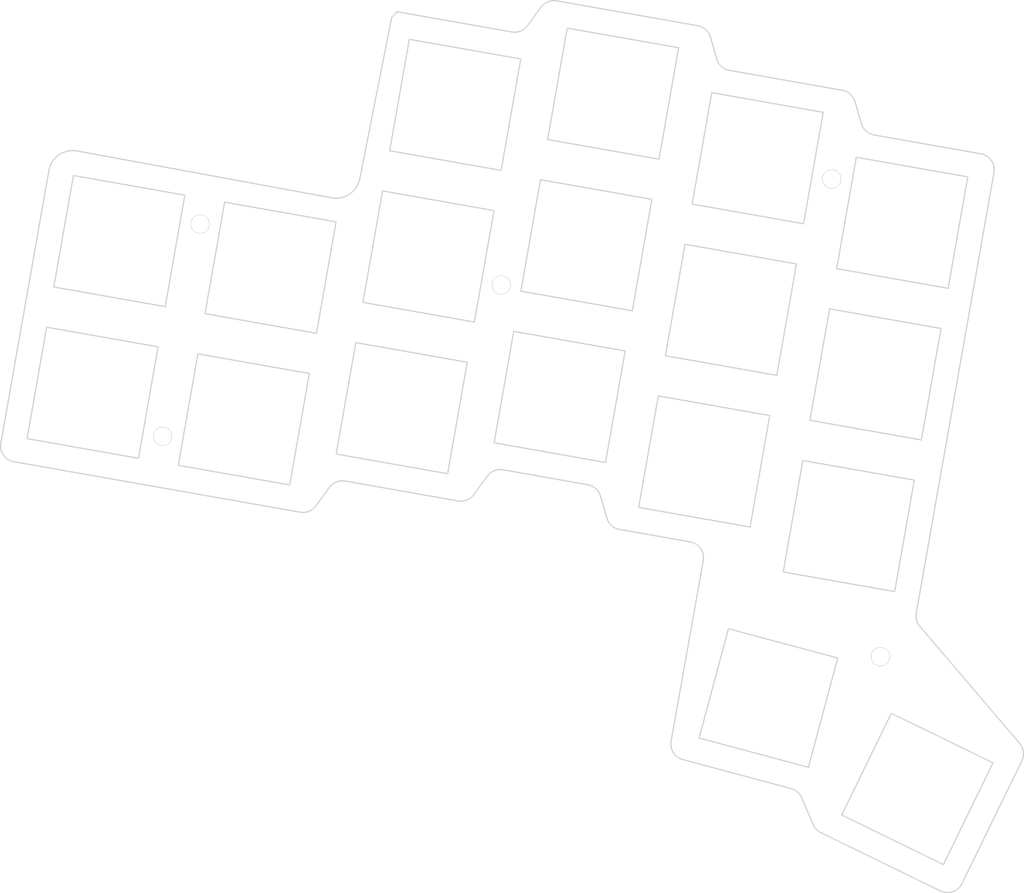
<source format=kicad_pcb>
(kicad_pcb (version 20240108) (generator "ergogen") (generator_version "4.1.0")
  (title_block (title "ravensplit-top-plate") (date "2025-02-19") (rev "v1.0.0") (company "Unknown"))
  (layers (0 "F.Cu" signal) (31 "B.Cu" signal) (34 "B.Paste" user) (35 "F.Paste" user) (36 "B.SilkS" user "B.Silkscreen") (37 "F.SilkS" user "F.Silkscreen") (38 "B.Mask" user) (39 "F.Mask" user) (44 "Edge.Cuts" user))
  (net 0 "")
  (footprint "ceoloide:mounting_hole_npth" (layer "F.Cu") (at 172.5699953 89.4148782 -10)
    (property "Reference" "MH1" hide)
    (pad "" np_thru_hole circle (at 0 0 -10) (size 2.2 2.2) (drill 2.2) (layers "*.Cu" "*.Mask"))
  )
  (footprint "ceoloide:mounting_hole_npth" (layer "F.Cu") (at 178.5925016 148.5084393 -10)
    (property "Reference" "MH2" hide)
    (pad "" np_thru_hole circle (at 0 0 -10) (size 2.2 2.2) (drill 2.2) (layers "*.Cu" "*.Mask"))
  )
  (footprint "ceoloide:mounting_hole_npth" (layer "F.Cu") (at 131.673903 102.51486449999999 -10)
    (property "Reference" "MH3" hide)
    (pad "" np_thru_hole circle (at 0 0 -10) (size 2.2 2.2) (drill 2.2) (layers "*.Cu" "*.Mask"))
  )
  (footprint "ceoloide:mounting_hole_npth" (layer "F.Cu") (at 94.41660830000001 94.9782043 -10)
    (property "Reference" "MH4" hide)
    (pad "" np_thru_hole circle (at 0 0 -10) (size 2.2 2.2) (drill 2.2) (layers "*.Cu" "*.Mask"))
  )
  (footprint "ceoloide:mounting_hole_npth" (layer "F.Cu") (at 89.78541139999999 121.24302700000001 -10)
    (property "Reference" "MH5" hide)
    (pad "" np_thru_hole circle (at 0 0 -10) (size 2.2 2.2) (drill 2.2) (layers "*.Cu" "*.Mask"))
  )
  (gr_line (start 69.76690355955459 122.06585027558367) (end 75.70920597338691 88.3653783569668) (layer Edge.Cuts) (stroke (width 0.15)))
  (gr_line (start 118.12864952292307 69.40008153882815) (end 118.7860857 68.7118751) (layer Edge.Cuts) (stroke (width 0.15)))
  (gr_line (start 118.7860857 68.7118751) (end 132.97131492468728 71.21311375683935) (layer Edge.Cuts) (stroke (width 0.15)))
  (gr_line (start 134.93306410758632 70.423982053824) (end 136.59496560715436 68.15113292601637) (layer Edge.Cuts) (stroke (width 0.15)))
  (gr_line (start 138.55671478703798 67.36200124010203) (end 155.9897507112082 70.43591577722144) (layer Edge.Cuts) (stroke (width 0.15)))
  (gr_line (start 157.56329293132453 71.84841466313571) (end 158.34760946852066 74.55259823633048) (layer Edge.Cuts) (stroke (width 0.15)))
  (gr_line (start 159.921151688637 75.96509712224471) (end 173.87409851180445 78.42537806020044) (layer Edge.Cuts) (stroke (width 0.15)))
  (gr_line (start 175.44764079740807 79.83787692712099) (end 176.23195730259198 82.54206057287911) (layer Edge.Cuts) (stroke (width 0.15)))
  (gr_line (start 177.80549958819557 83.95455943979958) (end 191.01542442203095 86.28382555629834) (layer Edge.Cuts) (stroke (width 0.15)))
  (gr_line (start 192.63774354516264 88.60073742511167) (end 183.02623391039577 143.11031788202104) (layer Edge.Cuts) (stroke (width 0.15)))
  (gr_line (start 183.47425141341105 144.75558946492006) (end 195.81336444725252 159.2205580434196) (layer Edge.Cuts) (stroke (width 0.15)))
  (gr_line (start 196.08935456743603 161.39527550203707) (end 188.68850632041105 176.5692630567786) (layer Edge.Cuts) (stroke (width 0.15)))
  (gr_line (start 186.01417594161 177.49010891834473) (end 171.2358769306594 170.28225084798726) (layer Edge.Cuts) (stroke (width 0.15)))
  (gr_line (start 170.27629818927687 169.27708012780366) (end 168.84551117691615 165.96142319463755) (layer Edge.Cuts) (stroke (width 0.15)))
  (gr_line (start 167.52682820861486 164.82198887633623) (end 154.14379707624337 161.23601650358006) (layer Edge.Cuts) (stroke (width 0.15)))
  (gr_line (start 152.69245070794207 158.95330798527868) (end 156.67223797894025 136.61901427556234) (layer Edge.Cuts) (stroke (width 0.15)))
  (gr_line (start 155.05054995882384 134.29854198964813) (end 146.31858938690647 132.75886181627808) (layer Edge.Cuts) (stroke (width 0.15)))
  (gr_line (start 144.74504716679007 131.34636293036368) (end 143.96073063471826 128.6421793748367) (layer Edge.Cuts) (stroke (width 0.15)))
  (gr_line (start 142.3871884176172 127.22968047182131) (end 131.91433067818454 125.38303306270383) (layer Edge.Cuts) (stroke (width 0.15)))
  (gr_line (start 129.9525814301241 126.1721647180733) (end 128.2906798693068 128.44501398270504) (layer Edge.Cuts) (stroke (width 0.15)))
  (gr_line (start 126.32893062124637 129.23414563807447) (end 112.37598385418201 126.77386463996021) (layer Edge.Cuts) (stroke (width 0.15)))
  (gr_line (start 110.41423467128297 127.56299634297562) (end 108.75233311325282 129.8358454781735) (layer Edge.Cuts) (stroke (width 0.15)))
  (gr_line (start 106.79058393336919 130.62497716408785) (end 71.38922268268632 124.38276214439702) (layer Edge.Cuts) (stroke (width 0.15)))
  (gr_arc (start 132.97131490758628 71.21311375382398) (mid 134.06500500758628 71.09900265382397) (end 134.9330641075863 70.42398205382398) (layer Edge.Cuts) (stroke (width 0.15)))
  (gr_arc (start 138.55671480715438 67.36200122601639) (mid 137.46302470715437 67.47611232601639) (end 136.59496560715436 68.15113292601639) (layer Edge.Cuts) (stroke (width 0.15)))
  (gr_arc (start 157.56329293132455 71.8484146631358) (mid 156.97845483132457 70.9172092631358) (end 155.98975073132456 70.4359157631358) (layer Edge.Cuts) (stroke (width 0.15)))
  (gr_arc (start 158.3476094685206 74.5525982363304) (mid 158.9324475685206 75.48380363633039) (end 159.9211516685206 75.9650971363304) (layer Edge.Cuts) (stroke (width 0.15)))
  (gr_arc (start 175.4476407319208 79.8378769461148) (mid 174.86280263192083 78.90667154611481) (end 173.87409853192082 78.4253780461148) (layer Edge.Cuts) (stroke (width 0.15)))
  (gr_arc (start 176.2319573680792 82.54206055388525) (mid 176.8167954680792 83.47326595388525) (end 177.8054995680792 83.95455945388525) (layer Edge.Cuts) (stroke (width 0.15)))
  (gr_arc (start 192.6377435421473 88.6007374422127) (mid 192.3064321421473 87.1062882422127) (end 191.0154244421473 86.2838255422127) (layer Edge.Cuts) (stroke (width 0.15)))
  (gr_arc (start 183.02623391341115 143.11031786492003) (mid 183.06611561341114 143.98309256492004) (end 183.47425141341114 144.75558946492004) (layer Edge.Cuts) (stroke (width 0.15)))
  (gr_arc (start 196.0893545472525 161.39527554341956) (mid 196.2758526472525 160.26673584341958) (end 195.8133644472525 159.22055804341957) (layer Edge.Cuts) (stroke (width 0.15)))
  (gr_arc (start 186.01417590022749 177.49010889816114) (mid 187.54205450022747 177.58355799816113) (end 188.6885063002275 176.56926309816112) (layer Edge.Cuts) (stroke (width 0.15)))
  (gr_arc (start 170.2762981892769 169.27708012780369) (mid 170.6659781892769 169.86568772780367) (end 171.2358768892769 170.2822508278037) (layer Edge.Cuts) (stroke (width 0.15)))
  (gr_arc (start 168.84551117691615 165.96142319463755) (mid 168.31680567691615 165.24051919463756) (end 167.52682817691615 164.82198889463754) (layer Edge.Cuts) (stroke (width 0.15)))
  (gr_arc (start 152.69245070794207 158.95330798527877) (mid 152.97368150794208 160.37723878527876) (end 154.14379710794208 161.23601648527878) (layer Edge.Cuts) (stroke (width 0.15)))
  (gr_arc (start 156.67223797894022 136.61901427556248) (mid 156.3425940789402 135.12248607556248) (end 155.0505499789402 134.29854197556247) (layer Edge.Cuts) (stroke (width 0.15)))
  (gr_arc (start 144.74504716679007 131.3463629303637) (mid 145.32988526679006 132.27756833036372) (end 146.31858936679006 132.7588618303637) (layer Edge.Cuts) (stroke (width 0.15)))
  (gr_arc (start 143.96073063471823 128.64217937483667) (mid 143.37589253471825 127.71097397483668) (end 142.38718843471824 127.22968047483667) (layer Edge.Cuts) (stroke (width 0.15)))
  (gr_arc (start 131.91433069528557 125.38303306571919) (mid 130.82064059528557 125.49714416571919) (end 129.95258149528556 126.17216476571919) (layer Edge.Cuts) (stroke (width 0.15)))
  (gr_arc (start 126.32893060414537 129.23414563505912) (mid 127.42262070414537 129.12003453505912) (end 128.29067980414538 128.4450139350591) (layer Edge.Cuts) (stroke (width 0.15)))
  (gr_arc (start 112.375983871283 126.77386464297558) (mid 111.282293771283 126.88797574297558) (end 110.414234671283 127.56299634297558) (layer Edge.Cuts) (stroke (width 0.15)))
  (gr_arc (start 106.79058391325282 130.62497717817348) (mid 107.88427401325282 130.51086607817348) (end 108.75233311325282 129.83584547817347) (layer Edge.Cuts) (stroke (width 0.15)))
  (gr_arc (start 69.76690356256995 122.06585025848264) (mid 70.09821496256995 123.56029945848265) (end 71.38922266256995 124.38276215848265) (layer Edge.Cuts) (stroke (width 0.15)))
  (gr_line (start 73.006766 121.5237101) (end 86.7940745 123.9547846) (layer Edge.Cuts) (stroke (width 0.15)))
  (gr_line (start 86.7940745 123.9547846) (end 89.22514899999999 110.1674761) (layer Edge.Cuts) (stroke (width 0.15)))
  (gr_line (start 89.22514899999999 110.1674761) (end 75.4378405 107.73640160000001) (layer Edge.Cuts) (stroke (width 0.15)))
  (gr_line (start 75.4378405 107.73640160000001) (end 73.006766 121.5237101) (layer Edge.Cuts) (stroke (width 0.15)))
  (gr_line (start 76.31476380000001 102.7631224) (end 90.1020723 105.1941969) (layer Edge.Cuts) (stroke (width 0.15)))
  (gr_line (start 90.1020723 105.1941969) (end 92.5331468 91.4068884) (layer Edge.Cuts) (stroke (width 0.15)))
  (gr_line (start 92.5331468 91.4068884) (end 78.7458383 88.9758139) (layer Edge.Cuts) (stroke (width 0.15)))
  (gr_line (start 78.7458383 88.9758139) (end 76.31476380000001 102.7631224) (layer Edge.Cuts) (stroke (width 0.15)))
  (gr_line (start 91.7181133 124.8230254) (end 105.5054218 127.2540999) (layer Edge.Cuts) (stroke (width 0.15)))
  (gr_line (start 105.5054218 127.2540999) (end 107.93649629999999 113.4667914) (layer Edge.Cuts) (stroke (width 0.15)))
  (gr_line (start 107.93649629999999 113.4667914) (end 94.14918779999999 111.03571690000001) (layer Edge.Cuts) (stroke (width 0.15)))
  (gr_line (start 94.14918779999999 111.03571690000001) (end 91.7181133 124.8230254) (layer Edge.Cuts) (stroke (width 0.15)))
  (gr_line (start 95.02611110000001 106.0624377) (end 108.8134196 108.4935122) (layer Edge.Cuts) (stroke (width 0.15)))
  (gr_line (start 108.8134196 108.4935122) (end 111.2444941 94.7062037) (layer Edge.Cuts) (stroke (width 0.15)))
  (gr_line (start 111.2444941 94.7062037) (end 97.4571856 92.27512920000001) (layer Edge.Cuts) (stroke (width 0.15)))
  (gr_line (start 97.4571856 92.27512920000001) (end 95.02611110000001 106.0624377) (layer Edge.Cuts) (stroke (width 0.15)))
  (gr_line (start 111.25646010000001 123.4321939) (end 125.0437686 125.8632684) (layer Edge.Cuts) (stroke (width 0.15)))
  (gr_line (start 125.0437686 125.8632684) (end 127.4748431 112.0759599) (layer Edge.Cuts) (stroke (width 0.15)))
  (gr_line (start 127.4748431 112.0759599) (end 113.6875346 109.6448854) (layer Edge.Cuts) (stroke (width 0.15)))
  (gr_line (start 113.6875346 109.6448854) (end 111.25646010000001 123.4321939) (layer Edge.Cuts) (stroke (width 0.15)))
  (gr_line (start 114.56445790000001 104.6716062) (end 128.3517664 107.1026807) (layer Edge.Cuts) (stroke (width 0.15)))
  (gr_line (start 128.3517664 107.1026807) (end 130.7828409 93.3153722) (layer Edge.Cuts) (stroke (width 0.15)))
  (gr_line (start 130.7828409 93.3153722) (end 116.9955324 90.8842977) (layer Edge.Cuts) (stroke (width 0.15)))
  (gr_line (start 116.9955324 90.8842977) (end 114.56445790000001 104.6716062) (layer Edge.Cuts) (stroke (width 0.15)))
  (gr_line (start 117.8724557 85.9110185) (end 131.65976419999998 88.34209299999999) (layer Edge.Cuts) (stroke (width 0.15)))
  (gr_line (start 131.65976419999998 88.34209299999999) (end 134.0908387 74.5547845) (layer Edge.Cuts) (stroke (width 0.15)))
  (gr_line (start 134.0908387 74.5547845) (end 120.3035302 72.12371) (layer Edge.Cuts) (stroke (width 0.15)))
  (gr_line (start 120.3035302 72.12371) (end 117.8724557 85.9110185) (layer Edge.Cuts) (stroke (width 0.15)))
  (gr_line (start 130.7948068 122.0413623) (end 144.5821153 124.4724368) (layer Edge.Cuts) (stroke (width 0.15)))
  (gr_line (start 144.5821153 124.4724368) (end 147.01318980000002 110.6851283) (layer Edge.Cuts) (stroke (width 0.15)))
  (gr_line (start 147.01318980000002 110.6851283) (end 133.22588130000003 108.25405380000001) (layer Edge.Cuts) (stroke (width 0.15)))
  (gr_line (start 133.22588130000003 108.25405380000001) (end 130.7948068 122.0413623) (layer Edge.Cuts) (stroke (width 0.15)))
  (gr_line (start 134.10280459999998 103.2807747) (end 147.8901131 105.71184919999999) (layer Edge.Cuts) (stroke (width 0.15)))
  (gr_line (start 147.8901131 105.71184919999999) (end 150.3211876 91.9245407) (layer Edge.Cuts) (stroke (width 0.15)))
  (gr_line (start 150.3211876 91.9245407) (end 136.53387909999998 89.4934662) (layer Edge.Cuts) (stroke (width 0.15)))
  (gr_line (start 136.53387909999998 89.4934662) (end 134.10280459999998 103.2807747) (layer Edge.Cuts) (stroke (width 0.15)))
  (gr_line (start 137.4108024 84.520187) (end 151.19811090000002 86.9512615) (layer Edge.Cuts) (stroke (width 0.15)))
  (gr_line (start 151.19811090000002 86.9512615) (end 153.6291854 73.163953) (layer Edge.Cuts) (stroke (width 0.15)))
  (gr_line (start 153.6291854 73.163953) (end 139.8418769 70.73287850000001) (layer Edge.Cuts) (stroke (width 0.15)))
  (gr_line (start 139.8418769 70.73287850000001) (end 137.4108024 84.520187) (layer Edge.Cuts) (stroke (width 0.15)))
  (gr_line (start 148.6791547 130.03082460000002) (end 162.46646320000002 132.4618991) (layer Edge.Cuts) (stroke (width 0.15)))
  (gr_line (start 162.46646320000002 132.4618991) (end 164.89753770000002 118.6745906) (layer Edge.Cuts) (stroke (width 0.15)))
  (gr_line (start 164.89753770000002 118.6745906) (end 151.1102292 116.24351610000001) (layer Edge.Cuts) (stroke (width 0.15)))
  (gr_line (start 151.1102292 116.24351610000001) (end 148.6791547 130.03082460000002) (layer Edge.Cuts) (stroke (width 0.15)))
  (gr_line (start 151.98715249999998 111.270237) (end 165.77446099999997 113.70131149999999) (layer Edge.Cuts) (stroke (width 0.15)))
  (gr_line (start 165.77446099999997 113.70131149999999) (end 168.2055355 99.914003) (layer Edge.Cuts) (stroke (width 0.15)))
  (gr_line (start 168.2055355 99.914003) (end 154.418227 97.4829285) (layer Edge.Cuts) (stroke (width 0.15)))
  (gr_line (start 154.418227 97.4829285) (end 151.98715249999998 111.270237) (layer Edge.Cuts) (stroke (width 0.15)))
  (gr_line (start 155.2951503 92.5096493) (end 169.08245879999998 94.9407238) (layer Edge.Cuts) (stroke (width 0.15)))
  (gr_line (start 169.08245879999998 94.9407238) (end 171.5135333 81.1534153) (layer Edge.Cuts) (stroke (width 0.15)))
  (gr_line (start 171.5135333 81.1534153) (end 157.7262248 78.72234080000001) (layer Edge.Cuts) (stroke (width 0.15)))
  (gr_line (start 157.7262248 78.72234080000001) (end 155.2951503 92.5096493) (layer Edge.Cuts) (stroke (width 0.15)))
  (gr_line (start 166.5635026 138.02028689999997) (end 180.3508111 140.4513614) (layer Edge.Cuts) (stroke (width 0.15)))
  (gr_line (start 180.3508111 140.4513614) (end 182.7818856 126.66405289999999) (layer Edge.Cuts) (stroke (width 0.15)))
  (gr_line (start 182.7818856 126.66405289999999) (end 168.99457710000001 124.2329784) (layer Edge.Cuts) (stroke (width 0.15)))
  (gr_line (start 168.99457710000001 124.2329784) (end 166.5635026 138.02028689999997) (layer Edge.Cuts) (stroke (width 0.15)))
  (gr_line (start 169.8715004 119.2596993) (end 183.6588089 121.69077379999999) (layer Edge.Cuts) (stroke (width 0.15)))
  (gr_line (start 183.6588089 121.69077379999999) (end 186.08988340000002 107.9034653) (layer Edge.Cuts) (stroke (width 0.15)))
  (gr_line (start 186.08988340000002 107.9034653) (end 172.30257490000002 105.4723908) (layer Edge.Cuts) (stroke (width 0.15)))
  (gr_line (start 172.30257490000002 105.4723908) (end 169.8715004 119.2596993) (layer Edge.Cuts) (stroke (width 0.15)))
  (gr_line (start 173.1794981 100.4991116) (end 186.96680659999998 102.9301861) (layer Edge.Cuts) (stroke (width 0.15)))
  (gr_line (start 186.96680659999998 102.9301861) (end 189.3978811 89.1428776) (layer Edge.Cuts) (stroke (width 0.15)))
  (gr_line (start 189.3978811 89.1428776) (end 175.6105726 86.71180310000001) (layer Edge.Cuts) (stroke (width 0.15)))
  (gr_line (start 175.6105726 86.71180310000001) (end 173.1794981 100.4991116) (layer Edge.Cuts) (stroke (width 0.15)))
  (gr_line (start 173.8029478 168.0891231) (end 186.3860645 174.22631919999998) (layer Edge.Cuts) (stroke (width 0.15)))
  (gr_line (start 186.3860645 174.22631919999998) (end 192.5232606 161.64320249999997) (layer Edge.Cuts) (stroke (width 0.15)))
  (gr_line (start 192.5232606 161.64320249999997) (end 179.94014389999998 155.5060064) (layer Edge.Cuts) (stroke (width 0.15)))
  (gr_line (start 179.94014389999998 155.5060064) (end 173.8029478 168.0891231) (layer Edge.Cuts) (stroke (width 0.15)))
  (gr_line (start 156.16278819999997 158.5712709) (end 169.68574979999997 162.1947375) (layer Edge.Cuts) (stroke (width 0.15)))
  (gr_line (start 169.68574979999997 162.1947375) (end 173.30921639999997 148.6717759) (layer Edge.Cuts) (stroke (width 0.15)))
  (gr_line (start 173.30921639999997 148.6717759) (end 159.78625479999997 145.0483093) (layer Edge.Cuts) (stroke (width 0.15)))
  (gr_line (start 159.78625479999997 145.0483093) (end 156.16278819999997 158.5712709) (layer Edge.Cuts) (stroke (width 0.15)))
  (gr_line (start 118.12864952292307 69.40008153882809) (end 114.18144153055171 89.36410398961743) (layer Edge.Cuts) (stroke (width 0.15)))
  (gr_line (start 110.69526817066304 91.73264257885177) (end 79.20677503821774 85.9359004513783) (layer Edge.Cuts) (stroke (width 0.15)))
  (gr_arc (start 110.6952681495795 91.73264259337958) (mid 112.92434154957951 91.26368099337958) (end 114.1814415495795 89.36410399337957) (layer Edge.Cuts) (stroke (width 0.15)))
  (gr_arc (start 79.20677505930128 85.9359004368505) (mid 76.95215165930128 86.42241453685051) (end 75.70920595930127 88.36537833685051) (layer Edge.Cuts) (stroke (width 0.15)))
  (gr_circle (center 172.5699953 89.4148782) (end 173.66999529999998 89.4148782) (layer Edge.Cuts) (stroke (width 0.15)) (fill none))
  (gr_circle (center 178.5925016 148.5084393) (end 179.69250159999999 148.5084393) (layer Edge.Cuts) (stroke (width 0.15)) (fill none))
  (gr_circle (center 131.673903 102.51486449999999) (end 132.773903 102.51486449999999) (layer Edge.Cuts) (stroke (width 0.15)) (fill none))
  (gr_circle (center 94.41660830000001 94.9782043) (end 95.5166083 94.9782043) (layer Edge.Cuts) (stroke (width 0.15)) (fill none))
  (gr_circle (center 89.78541139999999 121.24302700000001) (end 90.88541139999998 121.24302700000001) (layer Edge.Cuts) (stroke (width 0.15)) (fill none))
)
</source>
